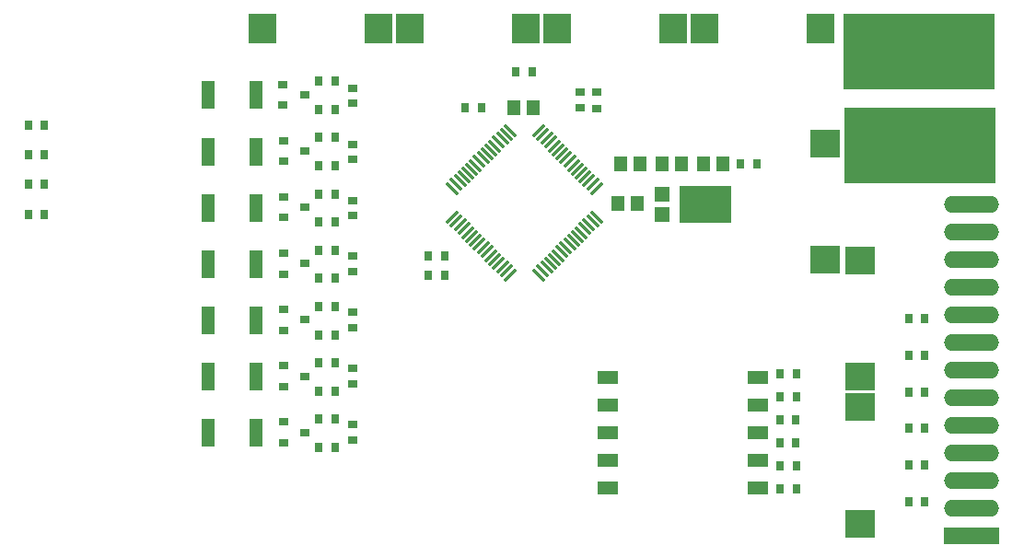
<source format=gtp>
G04*
G04 #@! TF.GenerationSoftware,Altium Limited,Altium Designer,18.1.9 (240)*
G04*
G04 Layer_Color=8421504*
%FSLAX25Y25*%
%MOIN*%
G70*
G01*
G75*
%ADD17R,0.11024X0.10236*%
%ADD18R,0.20000X0.06000*%
%ADD19O,0.20000X0.06000*%
%ADD20R,0.04724X0.05512*%
%ADD21R,0.55118X0.27559*%
%ADD22R,0.07441X0.05000*%
%ADD23R,0.10236X0.11024*%
%ADD24R,0.02756X0.03543*%
%ADD25R,0.03150X0.03543*%
G04:AMPARAMS|DCode=26|XSize=10.63mil|YSize=57.53mil|CornerRadius=0mil|HoleSize=0mil|Usage=FLASHONLY|Rotation=225.000|XOffset=0mil|YOffset=0mil|HoleType=Round|Shape=Rectangle|*
%AMROTATEDRECTD26*
4,1,4,-0.01658,0.02410,0.02410,-0.01658,0.01658,-0.02410,-0.02410,0.01658,-0.01658,0.02410,0.0*
%
%ADD26ROTATEDRECTD26*%

G04:AMPARAMS|DCode=27|XSize=10.63mil|YSize=57.53mil|CornerRadius=0mil|HoleSize=0mil|Usage=FLASHONLY|Rotation=135.000|XOffset=0mil|YOffset=0mil|HoleType=Round|Shape=Rectangle|*
%AMROTATEDRECTD27*
4,1,4,0.02410,0.01658,-0.01658,-0.02410,-0.02410,-0.01658,0.01658,0.02410,0.02410,0.01658,0.0*
%
%ADD27ROTATEDRECTD27*%

%ADD28P,0.00141X4X360.0*%
%ADD29R,0.03543X0.02756*%
%ADD30R,0.05472X0.05512*%
%ADD31R,0.19134X0.13228*%
%ADD32R,0.03543X0.03150*%
%ADD33R,0.04724X0.10236*%
%ADD34R,0.03543X0.03150*%
D17*
X317760Y89680D02*
D03*
Y47554D02*
D03*
X317770Y100854D02*
D03*
Y142980D02*
D03*
X305220Y143030D02*
D03*
Y185156D02*
D03*
D18*
X358225Y43307D02*
D03*
D19*
Y53307D02*
D03*
Y63307D02*
D03*
Y73307D02*
D03*
Y83307D02*
D03*
Y93307D02*
D03*
Y103307D02*
D03*
Y113307D02*
D03*
Y123307D02*
D03*
Y133307D02*
D03*
Y143307D02*
D03*
Y153307D02*
D03*
Y163307D02*
D03*
D20*
X231147Y177800D02*
D03*
X238233D02*
D03*
X253259Y177800D02*
D03*
X246173D02*
D03*
X199553Y198150D02*
D03*
X192467D02*
D03*
X268285Y177800D02*
D03*
X261199D02*
D03*
X230067Y163590D02*
D03*
X237153D02*
D03*
D21*
X339420Y184590D02*
D03*
X339050Y218500D02*
D03*
D22*
X280721Y60550D02*
D03*
Y70550D02*
D03*
Y80550D02*
D03*
Y90550D02*
D03*
Y100550D02*
D03*
X226430Y60550D02*
D03*
Y70550D02*
D03*
Y80550D02*
D03*
Y90550D02*
D03*
Y100550D02*
D03*
D23*
X250181Y226870D02*
D03*
X208055D02*
D03*
X303466D02*
D03*
X261340D02*
D03*
X143610D02*
D03*
X101484D02*
D03*
X196895D02*
D03*
X154769D02*
D03*
D24*
X127883Y187359D02*
D03*
X121977D02*
D03*
X294668Y60217D02*
D03*
X288763D02*
D03*
X294668Y68521D02*
D03*
X288763D02*
D03*
X294668Y101737D02*
D03*
X288763D02*
D03*
X294668Y93433D02*
D03*
X288763D02*
D03*
X167390Y144350D02*
D03*
X161485D02*
D03*
X199003Y211010D02*
D03*
X193097D02*
D03*
X280556Y177800D02*
D03*
X274650D02*
D03*
X167390Y137530D02*
D03*
X161485D02*
D03*
X180763Y198230D02*
D03*
X174857D02*
D03*
X335387Y108578D02*
D03*
X341293D02*
D03*
X335387Y95326D02*
D03*
X341293D02*
D03*
X335387Y82074D02*
D03*
X341293D02*
D03*
X335387Y55570D02*
D03*
X341293D02*
D03*
X16687Y181143D02*
D03*
X22593D02*
D03*
X16687Y191890D02*
D03*
X22593D02*
D03*
X22593Y170397D02*
D03*
X16687D02*
D03*
X22593Y159650D02*
D03*
X16687D02*
D03*
X341293Y121830D02*
D03*
X335387D02*
D03*
X341293Y68822D02*
D03*
X335387D02*
D03*
X121977Y75173D02*
D03*
X127883D02*
D03*
X121977Y85372D02*
D03*
X127883D02*
D03*
X121977Y95571D02*
D03*
X127883D02*
D03*
X121977Y105769D02*
D03*
X127883D02*
D03*
X121977Y115968D02*
D03*
X127883D02*
D03*
X121977Y126167D02*
D03*
X127883D02*
D03*
X121977Y136366D02*
D03*
X127883D02*
D03*
X121977Y146564D02*
D03*
X127883D02*
D03*
X121977Y156763D02*
D03*
X127883D02*
D03*
X121977Y166962D02*
D03*
X127883D02*
D03*
X121977Y177161D02*
D03*
X127883D02*
D03*
X121977Y197558D02*
D03*
X127883D02*
D03*
X121977Y207757D02*
D03*
X127883D02*
D03*
D25*
X294471Y76825D02*
D03*
X288960D02*
D03*
X294471Y85129D02*
D03*
X288960D02*
D03*
D26*
X191110Y189849D02*
D03*
X189718Y188457D02*
D03*
X188326Y187065D02*
D03*
X186934Y185673D02*
D03*
X185543Y184281D02*
D03*
X184151Y182889D02*
D03*
X182759Y181497D02*
D03*
X181367Y180105D02*
D03*
X179975Y178713D02*
D03*
X178583Y177321D02*
D03*
X177191Y175929D02*
D03*
X175799Y174538D02*
D03*
X174407Y173146D02*
D03*
X173015Y171754D02*
D03*
X171623Y170362D02*
D03*
X170231Y168970D02*
D03*
X201550Y137651D02*
D03*
X202942Y139043D02*
D03*
X204334Y140435D02*
D03*
X205726Y141827D02*
D03*
X207118Y143219D02*
D03*
X208509Y144611D02*
D03*
X209901Y146003D02*
D03*
X211293Y147395D02*
D03*
X212685Y148787D02*
D03*
X214077Y150179D02*
D03*
X215469Y151570D02*
D03*
X216861Y152962D02*
D03*
X218253Y154354D02*
D03*
X219645Y155746D02*
D03*
X221037Y157138D02*
D03*
X222429Y158530D02*
D03*
D27*
X170231D02*
D03*
X171623Y157138D02*
D03*
X173015Y155746D02*
D03*
X174407Y154354D02*
D03*
X175799Y152962D02*
D03*
X177191Y151570D02*
D03*
X178583Y150179D02*
D03*
X179975Y148787D02*
D03*
X181367Y147395D02*
D03*
X182759Y146003D02*
D03*
X184151Y144611D02*
D03*
X185543Y143219D02*
D03*
X186934Y141827D02*
D03*
X188326Y140435D02*
D03*
X189718Y139043D02*
D03*
X191110Y137651D02*
D03*
X222429Y168970D02*
D03*
X221037Y170362D02*
D03*
X219645Y171754D02*
D03*
X218253Y173146D02*
D03*
X216861Y174538D02*
D03*
X215469Y175929D02*
D03*
X214077Y177321D02*
D03*
X212685Y178713D02*
D03*
X211293Y180105D02*
D03*
X209901Y181497D02*
D03*
X208509Y182889D02*
D03*
X207118Y184281D02*
D03*
X205726Y185673D02*
D03*
X204334Y187065D02*
D03*
X202942Y188457D02*
D03*
X201550Y189849D02*
D03*
D28*
X196330Y163750D02*
D03*
D29*
X216570Y203913D02*
D03*
Y198007D02*
D03*
X222485Y203830D02*
D03*
Y197924D02*
D03*
D30*
X246303Y159558D02*
D03*
Y166802D02*
D03*
D31*
X261980Y163180D02*
D03*
D32*
X134260Y77934D02*
D03*
Y83446D02*
D03*
X134260Y98234D02*
D03*
Y103746D02*
D03*
Y118534D02*
D03*
Y124046D02*
D03*
Y138834D02*
D03*
Y144346D02*
D03*
Y159134D02*
D03*
Y164646D02*
D03*
Y179434D02*
D03*
Y184946D02*
D03*
Y199734D02*
D03*
Y205246D02*
D03*
D33*
X99037Y80347D02*
D03*
X81714D02*
D03*
X99037Y100737D02*
D03*
X81714D02*
D03*
X99037Y121127D02*
D03*
X81714D02*
D03*
X99037Y141517D02*
D03*
X81714D02*
D03*
X99037Y161907D02*
D03*
X81714D02*
D03*
X99037Y182297D02*
D03*
X81714D02*
D03*
X99037Y202687D02*
D03*
X81714D02*
D03*
D34*
X109073Y84340D02*
D03*
Y76860D02*
D03*
X116947Y80600D02*
D03*
X109073Y104712D02*
D03*
Y97232D02*
D03*
X116947Y100972D02*
D03*
X109073Y125083D02*
D03*
Y117603D02*
D03*
X116947Y121343D02*
D03*
X109073Y145455D02*
D03*
Y137975D02*
D03*
X116947Y141715D02*
D03*
X109073Y165827D02*
D03*
Y158346D02*
D03*
X116947Y162087D02*
D03*
X109073Y186198D02*
D03*
Y178718D02*
D03*
X116947Y182458D02*
D03*
X108963Y206570D02*
D03*
Y199090D02*
D03*
X116837Y202830D02*
D03*
M02*

</source>
